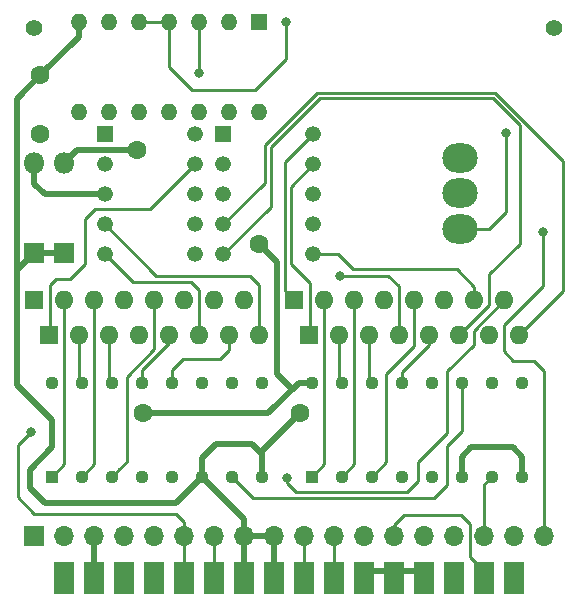
<source format=gbr>
%TF.GenerationSoftware,KiCad,Pcbnew,(5.1.12)-1*%
%TF.CreationDate,2023-06-15T15:48:18+02:00*%
%TF.ProjectId,cs3,6373332e-6b69-4636-9164-5f7063625858,rev?*%
%TF.SameCoordinates,Original*%
%TF.FileFunction,Copper,L1,Top*%
%TF.FilePolarity,Positive*%
%FSLAX46Y46*%
G04 Gerber Fmt 4.6, Leading zero omitted, Abs format (unit mm)*
G04 Created by KiCad (PCBNEW (5.1.12)-1) date 2023-06-15 15:48:18*
%MOMM*%
%LPD*%
G01*
G04 APERTURE LIST*
%TA.AperFunction,ComponentPad*%
%ADD10C,1.400000*%
%TD*%
%TA.AperFunction,ComponentPad*%
%ADD11R,1.700000X2.800000*%
%TD*%
%TA.AperFunction,ComponentPad*%
%ADD12R,1.700000X1.700000*%
%TD*%
%TA.AperFunction,ComponentPad*%
%ADD13O,1.700000X1.700000*%
%TD*%
%TA.AperFunction,ComponentPad*%
%ADD14C,1.130000*%
%TD*%
%TA.AperFunction,ComponentPad*%
%ADD15R,1.130000X1.130000*%
%TD*%
%TA.AperFunction,ComponentPad*%
%ADD16O,1.600000X1.600000*%
%TD*%
%TA.AperFunction,ComponentPad*%
%ADD17R,1.600000X1.600000*%
%TD*%
%TA.AperFunction,ComponentPad*%
%ADD18R,1.800000X1.800000*%
%TD*%
%TA.AperFunction,ComponentPad*%
%ADD19O,1.800000X1.800000*%
%TD*%
%TA.AperFunction,ComponentPad*%
%ADD20C,1.600000*%
%TD*%
%TA.AperFunction,ComponentPad*%
%ADD21C,1.337000*%
%TD*%
%TA.AperFunction,ComponentPad*%
%ADD22R,1.337000X1.337000*%
%TD*%
%TA.AperFunction,ComponentPad*%
%ADD23R,1.400000X1.400000*%
%TD*%
%TA.AperFunction,ComponentPad*%
%ADD24O,1.400000X1.400000*%
%TD*%
%TA.AperFunction,ComponentPad*%
%ADD25O,3.000000X2.500000*%
%TD*%
%TA.AperFunction,ViaPad*%
%ADD26C,1.600000*%
%TD*%
%TA.AperFunction,ViaPad*%
%ADD27C,0.800000*%
%TD*%
%TA.AperFunction,Conductor*%
%ADD28C,0.500000*%
%TD*%
%TA.AperFunction,Conductor*%
%ADD29C,0.250000*%
%TD*%
G04 APERTURE END LIST*
D10*
%TO.P,REF\u002A\u002A,1*%
%TO.N,N/C*%
X160000000Y-76000000D03*
%TD*%
%TO.P,REF\u002A\u002A,1*%
%TO.N,N/C*%
X116000000Y-76000000D03*
%TD*%
D11*
%TO.P,J6,1*%
%TO.N,Net-(J6-Pad1)*%
X118500000Y-122550000D03*
%TO.P,J6,2*%
%TO.N,5V*%
X121040000Y-122550000D03*
%TO.P,J6,3*%
%TO.N,Net-(J6-Pad3)*%
X123580000Y-122550000D03*
%TO.P,J6,4*%
%TO.N,Net-(J6-Pad4)*%
X126120000Y-122550000D03*
%TO.P,J6,5*%
%TO.N,Net-(J5-Pad6)*%
X128660000Y-122550000D03*
%TO.P,J6,6*%
%TO.N,Net-(J5-Pad7)*%
X131200000Y-122550000D03*
%TO.P,J6,7*%
%TO.N,GND*%
X133740000Y-122550000D03*
%TO.P,J6,8*%
X136280000Y-122550000D03*
%TO.P,J6,9*%
%TO.N,Net-(J5-Pad10)*%
X138820000Y-122550000D03*
%TO.P,J6,10*%
%TO.N,Net-(J5-Pad11)*%
X141360000Y-122550000D03*
%TO.P,J6,11*%
%TO.N,GND*%
X143900000Y-122550000D03*
%TO.P,J6,12*%
X146440000Y-122550000D03*
%TO.P,J6,13*%
X148980000Y-122550000D03*
%TO.P,J6,14*%
%TO.N,Net-(J5-Pad12)*%
X151520000Y-122550000D03*
%TO.P,J6,15*%
%TO.N,Net-(J5-Pad13)*%
X154060000Y-122550000D03*
%TO.P,J6,16*%
%TO.N,Net-(J6-Pad16)*%
X156600000Y-122550000D03*
%TD*%
D12*
%TO.P,J5,1*%
%TO.N,Net-(J5-Pad1)*%
X116000000Y-119000000D03*
D13*
%TO.P,J5,2*%
%TO.N,Net-(J5-Pad2)*%
X118540000Y-119000000D03*
%TO.P,J5,3*%
%TO.N,5V*%
X121080000Y-119000000D03*
%TO.P,J5,4*%
%TO.N,Net-(J5-Pad4)*%
X123620000Y-119000000D03*
%TO.P,J5,5*%
%TO.N,Net-(J5-Pad5)*%
X126160000Y-119000000D03*
%TO.P,J5,6*%
%TO.N,Net-(J5-Pad6)*%
X128700000Y-119000000D03*
%TO.P,J5,7*%
%TO.N,Net-(J5-Pad7)*%
X131240000Y-119000000D03*
%TO.P,J5,8*%
%TO.N,GND*%
X133780000Y-119000000D03*
%TO.P,J5,9*%
X136320000Y-119000000D03*
%TO.P,J5,10*%
%TO.N,Net-(J5-Pad10)*%
X138860000Y-119000000D03*
%TO.P,J5,11*%
%TO.N,Net-(J5-Pad11)*%
X141400000Y-119000000D03*
%TO.P,J5,12*%
%TO.N,Net-(J5-Pad12)*%
X143940000Y-119000000D03*
%TO.P,J5,13*%
%TO.N,Net-(J5-Pad13)*%
X146480000Y-119000000D03*
%TO.P,J5,14*%
%TO.N,TOGGLE_EN*%
X149020000Y-119000000D03*
%TO.P,J5,15*%
%TO.N,RESET*%
X151560000Y-119000000D03*
%TO.P,J5,16*%
%TO.N,CLK_DWN*%
X154100000Y-119000000D03*
%TO.P,J5,17*%
%TO.N,CLK_UP*%
X156640000Y-119000000D03*
%TO.P,J5,18*%
%TO.N,Net-(J5-Pad18)*%
X159180000Y-119000000D03*
%TD*%
D14*
%TO.P,U5,16*%
%TO.N,5V*%
X139500000Y-106030000D03*
%TO.P,U5,15*%
%TO.N,B_U5*%
X142040000Y-106030000D03*
%TO.P,U5,14*%
%TO.N,C_U5*%
X144580000Y-106030000D03*
%TO.P,U5,13*%
%TO.N,D_U5*%
X147120000Y-106030000D03*
%TO.P,U5,12*%
%TO.N,E_U5*%
X149660000Y-106030000D03*
%TO.P,U5,11*%
%TO.N,Net-(U4-Pad7)*%
X152200000Y-106030000D03*
%TO.P,U5,10*%
%TO.N,Net-(U4-Pad9)*%
X154740000Y-106030000D03*
%TO.P,U5,9*%
%TO.N,CLK_UP*%
X157280000Y-106030000D03*
%TO.P,U5,8*%
%TO.N,GND*%
X157280000Y-113970000D03*
%TO.P,U5,7*%
%TO.N,CLK_DWN*%
X154740000Y-113970000D03*
%TO.P,U5,6*%
%TO.N,GND*%
X152200000Y-113970000D03*
%TO.P,U5,5*%
%TO.N,RESET*%
X149660000Y-113970000D03*
%TO.P,U5,4*%
%TO.N,TOGGLE_EN*%
X147120000Y-113970000D03*
%TO.P,U5,3*%
%TO.N,F_U5*%
X144580000Y-113970000D03*
%TO.P,U5,2*%
%TO.N,G_U5*%
X142040000Y-113970000D03*
D15*
%TO.P,U5,1*%
%TO.N,A_U5*%
X139500000Y-113970000D03*
%TD*%
%TO.P,U4,1*%
%TO.N,A_U4*%
X117500000Y-113970000D03*
D14*
%TO.P,U4,2*%
%TO.N,G_U4*%
X120040000Y-113970000D03*
%TO.P,U4,3*%
%TO.N,F_U4*%
X122580000Y-113970000D03*
%TO.P,U4,4*%
%TO.N,TOGGLE_EN*%
X125120000Y-113970000D03*
%TO.P,U4,5*%
%TO.N,RESET*%
X127660000Y-113970000D03*
%TO.P,U4,6*%
%TO.N,GND*%
X130200000Y-113970000D03*
%TO.P,U4,7*%
%TO.N,Net-(U4-Pad7)*%
X132740000Y-113970000D03*
%TO.P,U4,8*%
%TO.N,GND*%
X135280000Y-113970000D03*
%TO.P,U4,9*%
%TO.N,Net-(U4-Pad9)*%
X135280000Y-106030000D03*
%TO.P,U4,10*%
%TO.N,Net-(U4-Pad10)*%
X132740000Y-106030000D03*
%TO.P,U4,11*%
%TO.N,Net-(U4-Pad11)*%
X130200000Y-106030000D03*
%TO.P,U4,12*%
%TO.N,E_U4*%
X127660000Y-106030000D03*
%TO.P,U4,13*%
%TO.N,D_U4*%
X125120000Y-106030000D03*
%TO.P,U4,14*%
%TO.N,C_U4*%
X122580000Y-106030000D03*
%TO.P,U4,15*%
%TO.N,B_U4*%
X120040000Y-106030000D03*
%TO.P,U4,16*%
%TO.N,5V*%
X117500000Y-106030000D03*
%TD*%
D16*
%TO.P,RN4,8*%
%TO.N,Net-(DS2-Pad4)*%
X157030000Y-102000000D03*
%TO.P,RN4,7*%
%TO.N,E_U5*%
X154490000Y-102000000D03*
%TO.P,RN4,6*%
%TO.N,Net-(DS2-Pad5)*%
X151950000Y-102000000D03*
%TO.P,RN4,5*%
%TO.N,D_U5*%
X149410000Y-102000000D03*
%TO.P,RN4,4*%
%TO.N,Net-(DS2-Pad7)*%
X146870000Y-102000000D03*
%TO.P,RN4,3*%
%TO.N,C_U5*%
X144330000Y-102000000D03*
%TO.P,RN4,2*%
%TO.N,B_U5*%
X141790000Y-102000000D03*
D17*
%TO.P,RN4,1*%
%TO.N,Net-(DS2-Pad9)*%
X139250000Y-102000000D03*
%TD*%
D16*
%TO.P,RN2,8*%
%TO.N,Net-(DS1-Pad4)*%
X135030000Y-102000000D03*
%TO.P,RN2,7*%
%TO.N,E_U4*%
X132490000Y-102000000D03*
%TO.P,RN2,6*%
%TO.N,Net-(DS1-Pad5)*%
X129950000Y-102000000D03*
%TO.P,RN2,5*%
%TO.N,D_U4*%
X127410000Y-102000000D03*
%TO.P,RN2,4*%
%TO.N,Net-(DS1-Pad7)*%
X124870000Y-102000000D03*
%TO.P,RN2,3*%
%TO.N,C_U4*%
X122330000Y-102000000D03*
%TO.P,RN2,2*%
%TO.N,B_U4*%
X119790000Y-102000000D03*
D17*
%TO.P,RN2,1*%
%TO.N,Net-(DS1-Pad9)*%
X117250000Y-102000000D03*
%TD*%
%TO.P,RN3,1*%
%TO.N,Net-(DS2-Pad10)*%
X138000000Y-99000000D03*
D16*
%TO.P,RN3,2*%
%TO.N,A_U5*%
X140540000Y-99000000D03*
%TO.P,RN3,3*%
%TO.N,G_U5*%
X143080000Y-99000000D03*
%TO.P,RN3,4*%
%TO.N,Net-(DS2-Pad1)*%
X145620000Y-99000000D03*
%TO.P,RN3,5*%
%TO.N,F_U5*%
X148160000Y-99000000D03*
%TO.P,RN3,6*%
%TO.N,Net-(DS2-Pad2)*%
X150700000Y-99000000D03*
%TO.P,RN3,7*%
%TO.N,Net-(DS2-Pad6)*%
X153240000Y-99000000D03*
%TO.P,RN3,8*%
%TO.N,Net-(J5-Pad5)*%
X155780000Y-99000000D03*
%TD*%
D17*
%TO.P,RN1,1*%
%TO.N,Net-(DS1-Pad10)*%
X116000000Y-99000000D03*
D16*
%TO.P,RN1,2*%
%TO.N,A_U4*%
X118540000Y-99000000D03*
%TO.P,RN1,3*%
%TO.N,G_U4*%
X121080000Y-99000000D03*
%TO.P,RN1,4*%
%TO.N,Net-(DS1-Pad1)*%
X123620000Y-99000000D03*
%TO.P,RN1,5*%
%TO.N,F_U4*%
X126160000Y-99000000D03*
%TO.P,RN1,6*%
%TO.N,Net-(DS1-Pad2)*%
X128700000Y-99000000D03*
%TO.P,RN1,7*%
%TO.N,Net-(DS1-Pad6)*%
X131240000Y-99000000D03*
%TO.P,RN1,8*%
%TO.N,Net-(J5-Pad4)*%
X133780000Y-99000000D03*
%TD*%
D18*
%TO.P,D2,1*%
%TO.N,GND*%
X118500000Y-95000000D03*
D19*
%TO.P,D2,2*%
%TO.N,Net-(D2-Pad2)*%
X118500000Y-87380000D03*
%TD*%
%TO.P,D1,2*%
%TO.N,Net-(D1-Pad2)*%
X116000000Y-87380000D03*
D18*
%TO.P,D1,1*%
%TO.N,GND*%
X116000000Y-95000000D03*
%TD*%
D20*
%TO.P,C3,1*%
%TO.N,GND*%
X116500000Y-80000000D03*
%TO.P,C3,2*%
%TO.N,Net-(C3-Pad2)*%
X116500000Y-85000000D03*
%TD*%
D21*
%TO.P,DS2,10*%
%TO.N,Net-(DS2-Pad10)*%
X139620000Y-85000000D03*
%TO.P,DS2,9*%
%TO.N,Net-(DS2-Pad9)*%
X139620000Y-87540000D03*
%TO.P,DS2,8*%
%TO.N,Net-(DS2-Pad8)*%
X139620000Y-90080000D03*
%TO.P,DS2,7*%
%TO.N,Net-(DS2-Pad7)*%
X139620000Y-92620000D03*
%TO.P,DS2,6*%
%TO.N,Net-(DS2-Pad6)*%
X139620000Y-95160000D03*
%TO.P,DS2,5*%
%TO.N,Net-(DS2-Pad5)*%
X132000000Y-95160000D03*
%TO.P,DS2,4*%
%TO.N,Net-(DS2-Pad4)*%
X132000000Y-92620000D03*
%TO.P,DS2,3*%
%TO.N,Net-(D2-Pad2)*%
X132000000Y-90080000D03*
%TO.P,DS2,2*%
%TO.N,Net-(DS2-Pad2)*%
X132000000Y-87540000D03*
D22*
%TO.P,DS2,1*%
%TO.N,Net-(DS2-Pad1)*%
X132000000Y-85000000D03*
%TD*%
%TO.P,DS1,1*%
%TO.N,Net-(DS1-Pad1)*%
X122000000Y-85000000D03*
D21*
%TO.P,DS1,2*%
%TO.N,Net-(DS1-Pad2)*%
X122000000Y-87540000D03*
%TO.P,DS1,3*%
%TO.N,Net-(D1-Pad2)*%
X122000000Y-90080000D03*
%TO.P,DS1,4*%
%TO.N,Net-(DS1-Pad4)*%
X122000000Y-92620000D03*
%TO.P,DS1,5*%
%TO.N,Net-(DS1-Pad5)*%
X122000000Y-95160000D03*
%TO.P,DS1,6*%
%TO.N,Net-(DS1-Pad6)*%
X129620000Y-95160000D03*
%TO.P,DS1,7*%
%TO.N,Net-(DS1-Pad7)*%
X129620000Y-92620000D03*
%TO.P,DS1,8*%
%TO.N,Net-(DS1-Pad8)*%
X129620000Y-90080000D03*
%TO.P,DS1,9*%
%TO.N,Net-(DS1-Pad9)*%
X129620000Y-87540000D03*
%TO.P,DS1,10*%
%TO.N,Net-(DS1-Pad10)*%
X129620000Y-85000000D03*
%TD*%
D23*
%TO.P,U3,1*%
%TO.N,Net-(J5-Pad6)*%
X135000000Y-75500000D03*
D24*
%TO.P,U3,8*%
%TO.N,N/C*%
X119760000Y-83120000D03*
%TO.P,U3,2*%
%TO.N,Net-(U3-Pad2)*%
X132460000Y-75500000D03*
%TO.P,U3,9*%
%TO.N,N/C*%
X122300000Y-83120000D03*
%TO.P,U3,3*%
%TO.N,Net-(C3-Pad2)*%
X129920000Y-75500000D03*
%TO.P,U3,10*%
%TO.N,N/C*%
X124840000Y-83120000D03*
%TO.P,U3,4*%
%TO.N,Net-(J6-Pad16)*%
X127380000Y-75500000D03*
%TO.P,U3,11*%
%TO.N,N/C*%
X127380000Y-83120000D03*
%TO.P,U3,5*%
%TO.N,Net-(J6-Pad16)*%
X124840000Y-75500000D03*
%TO.P,U3,12*%
%TO.N,N/C*%
X129920000Y-83120000D03*
%TO.P,U3,6*%
%TO.N,Net-(U3-Pad2)*%
X122300000Y-75500000D03*
%TO.P,U3,13*%
%TO.N,N/C*%
X132460000Y-83120000D03*
%TO.P,U3,7*%
%TO.N,GND*%
X119760000Y-75500000D03*
%TO.P,U3,14*%
%TO.N,5V*%
X135000000Y-83120000D03*
%TD*%
D25*
%TO.P,SW1,1*%
%TO.N,Net-(C3-Pad2)*%
X152000000Y-87000000D03*
%TO.P,SW1,2*%
%TO.N,Net-(J5-Pad18)*%
X152000000Y-90000000D03*
%TO.P,SW1,3*%
%TO.N,Net-(J5-Pad6)*%
X152000000Y-93000000D03*
%TD*%
D26*
%TO.N,GND*%
X138500000Y-108599990D03*
D27*
%TO.N,Net-(C3-Pad2)*%
X129900000Y-79800000D03*
D26*
%TO.N,Net-(D2-Pad2)*%
X124650000Y-86300000D03*
D27*
%TO.N,Net-(DS2-Pad7)*%
X141850000Y-96950000D03*
D26*
%TO.N,5V*%
X135000000Y-94300000D03*
X125200000Y-108600000D03*
D27*
%TO.N,Net-(J5-Pad5)*%
X137400000Y-114100000D03*
%TO.N,Net-(J5-Pad6)*%
X155900000Y-84900000D03*
X115700000Y-110200000D03*
%TO.N,Net-(J5-Pad18)*%
X159050000Y-93250000D03*
%TO.N,Net-(J6-Pad16)*%
X137300000Y-75500000D03*
%TD*%
D28*
%TO.N,GND*%
X136320000Y-121960000D02*
X136280000Y-122000000D01*
X136320000Y-119000000D02*
X136320000Y-121960000D01*
X136320000Y-119000000D02*
X133780000Y-119000000D01*
X133780000Y-121960000D02*
X133740000Y-122000000D01*
X133780000Y-119000000D02*
X133780000Y-121960000D01*
X133780000Y-117550000D02*
X130200000Y-113970000D01*
X133780000Y-119000000D02*
X133780000Y-117550000D01*
X157280000Y-112280000D02*
X157280000Y-113970000D01*
X156500000Y-111500000D02*
X157280000Y-112280000D01*
X153000000Y-111500000D02*
X156500000Y-111500000D01*
X152200000Y-112300000D02*
X153000000Y-111500000D01*
X152200000Y-113970000D02*
X152200000Y-112300000D01*
X135280000Y-112080000D02*
X135280000Y-113970000D01*
X134400000Y-111200000D02*
X135280000Y-112080000D01*
X131400000Y-111200000D02*
X134400000Y-111200000D01*
X130200000Y-112400000D02*
X131400000Y-111200000D01*
X130200000Y-113970000D02*
X130200000Y-112400000D01*
X135280000Y-113970000D02*
X135280000Y-111819990D01*
X135280000Y-111819990D02*
X138500000Y-108599990D01*
X116000000Y-95000000D02*
X118500000Y-95000000D01*
X114500000Y-96500000D02*
X116000000Y-95000000D01*
X114500000Y-82000000D02*
X116500000Y-80000000D01*
X114500000Y-96500000D02*
X114500000Y-82000000D01*
X119760000Y-76740000D02*
X119760000Y-75500000D01*
X116500000Y-80000000D02*
X119760000Y-76740000D01*
X114500000Y-106200000D02*
X114500000Y-96500000D01*
X117500000Y-109200000D02*
X114500000Y-106200000D01*
X117500000Y-111500000D02*
X117500000Y-109200000D01*
X115600000Y-113400000D02*
X117500000Y-111500000D01*
X115600000Y-114900000D02*
X115600000Y-113400000D01*
X116900000Y-116200000D02*
X115600000Y-114900000D01*
X127970000Y-116200000D02*
X116900000Y-116200000D01*
X130200000Y-113970000D02*
X127970000Y-116200000D01*
X148980000Y-122000000D02*
X146440000Y-122000000D01*
X146440000Y-122000000D02*
X143900000Y-122000000D01*
D29*
%TO.N,Net-(C3-Pad2)*%
X129920000Y-79780000D02*
X129900000Y-79800000D01*
X129920000Y-75500000D02*
X129920000Y-79780000D01*
D28*
%TO.N,Net-(D1-Pad2)*%
X122000000Y-90080000D02*
X116880000Y-90080000D01*
X116000000Y-89200000D02*
X116000000Y-87380000D01*
X116880000Y-90080000D02*
X116000000Y-89200000D01*
%TO.N,Net-(D2-Pad2)*%
X119580000Y-86300000D02*
X124650000Y-86300000D01*
X118500000Y-87380000D02*
X119580000Y-86300000D01*
D29*
%TO.N,Net-(DS1-Pad4)*%
X135030000Y-97730000D02*
X135030000Y-102000000D01*
X134250000Y-96950000D02*
X135030000Y-97730000D01*
X126330000Y-96950000D02*
X134250000Y-96950000D01*
X122000000Y-92620000D02*
X126330000Y-96950000D01*
%TO.N,Net-(DS1-Pad5)*%
X129950000Y-98200000D02*
X129950000Y-102000000D01*
X129250000Y-97500000D02*
X129950000Y-98200000D01*
X124340000Y-97500000D02*
X129250000Y-97500000D01*
X122000000Y-95160000D02*
X124340000Y-97500000D01*
%TO.N,Net-(DS1-Pad9)*%
X117300000Y-101950000D02*
X117250000Y-102000000D01*
X117300000Y-97750000D02*
X117300000Y-101950000D01*
X117850000Y-97200000D02*
X117300000Y-97750000D01*
X120250000Y-96000000D02*
X119050000Y-97200000D01*
X121100000Y-91350000D02*
X120250000Y-92200000D01*
X119050000Y-97200000D02*
X117850000Y-97200000D01*
X125810000Y-91350000D02*
X121100000Y-91350000D01*
X120250000Y-92200000D02*
X120250000Y-96000000D01*
X129620000Y-87540000D02*
X125810000Y-91350000D01*
%TO.N,Net-(DS2-Pad10)*%
X137250000Y-98250000D02*
X138000000Y-99000000D01*
X137250000Y-87370000D02*
X137250000Y-98250000D01*
X139620000Y-85000000D02*
X137250000Y-87370000D01*
%TO.N,Net-(DS2-Pad9)*%
X139300000Y-101950000D02*
X139250000Y-102000000D01*
X139300000Y-97550000D02*
X139300000Y-101950000D01*
X137750000Y-96000000D02*
X139300000Y-97550000D01*
X137750000Y-89410000D02*
X137750000Y-96000000D01*
X139620000Y-87540000D02*
X137750000Y-89410000D01*
%TO.N,Net-(DS2-Pad7)*%
X146870000Y-97870000D02*
X146870000Y-102000000D01*
X145950000Y-96950000D02*
X146870000Y-97870000D01*
X141850000Y-96950000D02*
X145950000Y-96950000D01*
%TO.N,Net-(DS2-Pad6)*%
X153240000Y-97890000D02*
X153240000Y-99000000D01*
X151750000Y-96400000D02*
X153240000Y-97890000D01*
X142950000Y-96400000D02*
X151750000Y-96400000D01*
X141710000Y-95160000D02*
X142950000Y-96400000D01*
X139620000Y-95160000D02*
X141710000Y-95160000D01*
%TO.N,Net-(DS2-Pad5)*%
X154500000Y-99450000D02*
X151950000Y-102000000D01*
X154500000Y-96850000D02*
X154500000Y-99450000D01*
X157100000Y-94250000D02*
X154500000Y-96850000D01*
X154800000Y-81900000D02*
X157100000Y-84200000D01*
X140150000Y-81900000D02*
X154800000Y-81900000D01*
X157100000Y-84200000D02*
X157100000Y-94250000D01*
X136000000Y-86050000D02*
X140150000Y-81900000D01*
X136000000Y-91160000D02*
X136000000Y-86050000D01*
X132000000Y-95160000D02*
X136000000Y-91160000D01*
%TO.N,Net-(DS2-Pad4)*%
X160750000Y-98280000D02*
X157030000Y-102000000D01*
X160750000Y-87213590D02*
X160750000Y-98280000D01*
X139963600Y-81449990D02*
X154986401Y-81449991D01*
X154986401Y-81449991D02*
X160750000Y-87213590D01*
X135549991Y-85863599D02*
X139963600Y-81449990D01*
X135549990Y-89070010D02*
X135549991Y-85863599D01*
X132000000Y-92620000D02*
X135549990Y-89070010D01*
D28*
%TO.N,5V*%
X121080000Y-121960000D02*
X121040000Y-122000000D01*
X121080000Y-119000000D02*
X121080000Y-121960000D01*
X135800000Y-108600000D02*
X125200000Y-108600000D01*
X138370000Y-106030000D02*
X135800000Y-108600000D01*
X139500000Y-106030000D02*
X138370000Y-106030000D01*
X136500000Y-95800000D02*
X135000000Y-94300000D01*
X136500000Y-105250000D02*
X136500000Y-95800000D01*
X137825000Y-106575000D02*
X136500000Y-105250000D01*
X138370000Y-106030000D02*
X137825000Y-106575000D01*
D29*
%TO.N,Net-(J5-Pad5)*%
X137400000Y-114550000D02*
X137400000Y-114100000D01*
X138150000Y-115300000D02*
X137400000Y-114550000D01*
X147550000Y-115300000D02*
X138150000Y-115300000D01*
X148500000Y-114350000D02*
X147550000Y-115300000D01*
X148500000Y-112750000D02*
X148500000Y-114350000D01*
X150950000Y-110300000D02*
X148500000Y-112750000D01*
X150950000Y-105050000D02*
X150950000Y-110300000D01*
X153200000Y-102800000D02*
X150950000Y-105050000D01*
X153200000Y-101600000D02*
X153200000Y-102800000D01*
X155780000Y-99020000D02*
X153200000Y-101600000D01*
X155780000Y-99000000D02*
X155780000Y-99020000D01*
%TO.N,Net-(J5-Pad6)*%
X154500000Y-93000000D02*
X152000000Y-93000000D01*
X155900000Y-91600000D02*
X154500000Y-93000000D01*
X155900000Y-84900000D02*
X155900000Y-91600000D01*
X115700000Y-110200000D02*
X114600000Y-111300000D01*
X114600000Y-111300000D02*
X114600000Y-115700000D01*
X114600000Y-115700000D02*
X116000000Y-117100000D01*
X116000000Y-117100000D02*
X128000000Y-117100000D01*
X128700000Y-117800000D02*
X128700000Y-119000000D01*
X128000000Y-117100000D02*
X128700000Y-117800000D01*
X128700000Y-121960000D02*
X128660000Y-122000000D01*
X128700000Y-119000000D02*
X128700000Y-121960000D01*
%TO.N,Net-(J5-Pad7)*%
X131240000Y-121960000D02*
X131200000Y-122000000D01*
X131240000Y-119000000D02*
X131240000Y-121960000D01*
%TO.N,Net-(J5-Pad10)*%
X138860000Y-121960000D02*
X138820000Y-122000000D01*
X138860000Y-119000000D02*
X138860000Y-121960000D01*
%TO.N,Net-(J5-Pad11)*%
X141400000Y-121960000D02*
X141360000Y-122000000D01*
X141400000Y-119000000D02*
X141400000Y-121960000D01*
%TO.N,Net-(J5-Pad13)*%
X152850000Y-120790000D02*
X154060000Y-122000000D01*
X152850000Y-117950000D02*
X152850000Y-120790000D01*
X147300000Y-117250000D02*
X152150000Y-117250000D01*
X146480000Y-118070000D02*
X147300000Y-117250000D01*
X152150000Y-117250000D02*
X152850000Y-117950000D01*
X146480000Y-119000000D02*
X146480000Y-118070000D01*
%TO.N,CLK_DWN*%
X154100000Y-114610000D02*
X154740000Y-113970000D01*
X154100000Y-119000000D02*
X154100000Y-114610000D01*
%TO.N,Net-(J5-Pad18)*%
X155750000Y-101150000D02*
X159050000Y-97850000D01*
X155750000Y-103350000D02*
X155750000Y-101150000D01*
X159050000Y-97850000D02*
X159050000Y-93250000D01*
X156550000Y-104150000D02*
X155750000Y-103350000D01*
X158300000Y-104150000D02*
X156550000Y-104150000D01*
X159180000Y-105030000D02*
X158300000Y-104150000D01*
X159180000Y-119000000D02*
X159180000Y-105030000D01*
%TO.N,Net-(J6-Pad16)*%
X124840000Y-75500000D02*
X127380000Y-75500000D01*
X127380000Y-75500000D02*
X127380000Y-79280000D01*
X127380000Y-79280000D02*
X129300000Y-81200000D01*
X129300000Y-81200000D02*
X134700000Y-81200000D01*
X137300000Y-78600000D02*
X137300000Y-75500000D01*
X134700000Y-81200000D02*
X137300000Y-78600000D01*
%TO.N,A_U4*%
X118540000Y-112930000D02*
X117500000Y-113970000D01*
X118540000Y-99000000D02*
X118540000Y-112930000D01*
%TO.N,G_U4*%
X121080000Y-112930000D02*
X120040000Y-113970000D01*
X121080000Y-99000000D02*
X121080000Y-112930000D01*
%TO.N,F_U4*%
X123200000Y-113350000D02*
X122580000Y-113970000D01*
X123800000Y-112750000D02*
X123200000Y-113350000D01*
X126160000Y-103140000D02*
X123800000Y-105500000D01*
X123800000Y-105500000D02*
X123800000Y-112750000D01*
X126160000Y-99000000D02*
X126160000Y-103140000D01*
%TO.N,E_U4*%
X128600000Y-104000000D02*
X127660000Y-104940000D01*
X127660000Y-104940000D02*
X127660000Y-106030000D01*
X131700000Y-104000000D02*
X128600000Y-104000000D01*
X132490000Y-103210000D02*
X131700000Y-104000000D01*
X132490000Y-102000000D02*
X132490000Y-103210000D01*
%TO.N,D_U4*%
X127410000Y-102000000D02*
X127410000Y-102690000D01*
X125120000Y-104980000D02*
X125120000Y-106030000D01*
X127410000Y-102690000D02*
X125120000Y-104980000D01*
%TO.N,C_U4*%
X122330000Y-105780000D02*
X122580000Y-106030000D01*
X122330000Y-102000000D02*
X122330000Y-105780000D01*
%TO.N,B_U4*%
X119790000Y-105780000D02*
X120040000Y-106030000D01*
X119790000Y-102000000D02*
X119790000Y-105780000D01*
%TO.N,A_U5*%
X140550000Y-112920000D02*
X139500000Y-113970000D01*
X140550000Y-99010000D02*
X140550000Y-112920000D01*
X140540000Y-99000000D02*
X140550000Y-99010000D01*
%TO.N,G_U5*%
X143080000Y-112930000D02*
X142040000Y-113970000D01*
X143080000Y-99000000D02*
X143080000Y-112930000D01*
%TO.N,F_U5*%
X145800000Y-112750000D02*
X144580000Y-113970000D01*
X148150000Y-102950000D02*
X145800000Y-105300000D01*
X145800000Y-105300000D02*
X145800000Y-112750000D01*
X148150000Y-99010000D02*
X148150000Y-102950000D01*
X148160000Y-99000000D02*
X148150000Y-99010000D01*
%TO.N,D_U5*%
X147120000Y-105130000D02*
X147120000Y-106030000D01*
X149410000Y-102840000D02*
X147120000Y-105130000D01*
X149410000Y-102000000D02*
X149410000Y-102840000D01*
%TO.N,C_U5*%
X144330000Y-105780000D02*
X144580000Y-106030000D01*
X144330000Y-102000000D02*
X144330000Y-105780000D01*
%TO.N,B_U5*%
X141790000Y-105780000D02*
X142040000Y-106030000D01*
X141790000Y-102000000D02*
X141790000Y-105780000D01*
%TO.N,Net-(U4-Pad7)*%
X134520009Y-115750009D02*
X132740000Y-113970000D01*
X149799991Y-115750009D02*
X134520009Y-115750009D01*
X150900000Y-114650000D02*
X149799991Y-115750009D01*
X150900000Y-111400000D02*
X150900000Y-114650000D01*
X152200000Y-110100000D02*
X150900000Y-111400000D01*
X152200000Y-106030000D02*
X152200000Y-110100000D01*
%TD*%
M02*

</source>
